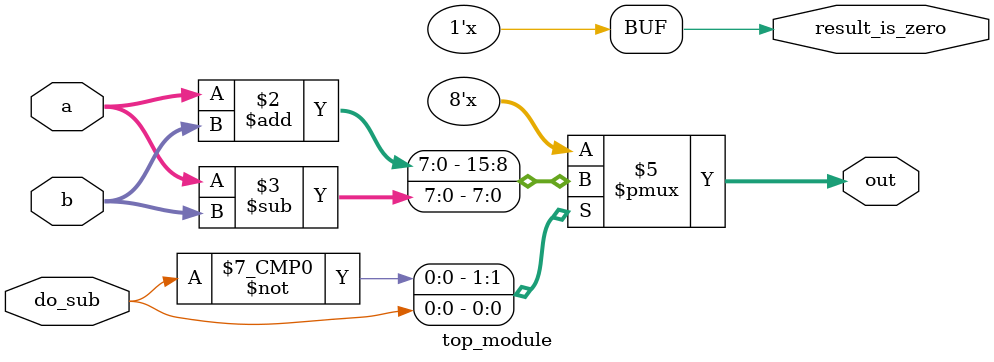
<source format=sv>
module top_module (
	input wire do_sub,
	input wire [7:0] a,
	input wire [7:0] b,
	output reg [7:0] out,
	output reg result_is_zero
);

always @(do_sub or a or b) begin
	case (do_sub)
		0: out <= a + b;
		1: out <= a - b;
	endcase
	result_is_zero <= (out == 0);
end

endmodule

</source>
